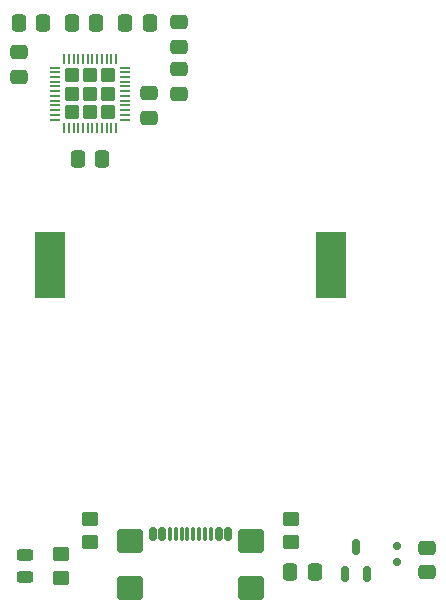
<source format=gbr>
%TF.GenerationSoftware,KiCad,Pcbnew,8.0.3-8.0.3-0~ubuntu24.04.1*%
%TF.CreationDate,2024-06-13T22:02:11+05:00*%
%TF.ProjectId,solartap_mcu_clear,736f6c61-7274-4617-905f-6d63755f636c,rev?*%
%TF.SameCoordinates,Original*%
%TF.FileFunction,Paste,Top*%
%TF.FilePolarity,Positive*%
%FSLAX46Y46*%
G04 Gerber Fmt 4.6, Leading zero omitted, Abs format (unit mm)*
G04 Created by KiCad (PCBNEW 8.0.3-8.0.3-0~ubuntu24.04.1) date 2024-06-13 22:02:11*
%MOMM*%
%LPD*%
G01*
G04 APERTURE LIST*
G04 Aperture macros list*
%AMRoundRect*
0 Rectangle with rounded corners*
0 $1 Rounding radius*
0 $2 $3 $4 $5 $6 $7 $8 $9 X,Y pos of 4 corners*
0 Add a 4 corners polygon primitive as box body*
4,1,4,$2,$3,$4,$5,$6,$7,$8,$9,$2,$3,0*
0 Add four circle primitives for the rounded corners*
1,1,$1+$1,$2,$3*
1,1,$1+$1,$4,$5*
1,1,$1+$1,$6,$7*
1,1,$1+$1,$8,$9*
0 Add four rect primitives between the rounded corners*
20,1,$1+$1,$2,$3,$4,$5,0*
20,1,$1+$1,$4,$5,$6,$7,0*
20,1,$1+$1,$6,$7,$8,$9,0*
20,1,$1+$1,$8,$9,$2,$3,0*%
G04 Aperture macros list end*
%ADD10RoundRect,0.250000X0.475000X-0.337500X0.475000X0.337500X-0.475000X0.337500X-0.475000X-0.337500X0*%
%ADD11RoundRect,0.250000X-0.475000X0.337500X-0.475000X-0.337500X0.475000X-0.337500X0.475000X0.337500X0*%
%ADD12R,2.600000X5.560000*%
%ADD13RoundRect,0.250000X0.450000X-0.350000X0.450000X0.350000X-0.450000X0.350000X-0.450000X-0.350000X0*%
%ADD14RoundRect,0.250000X-0.337500X-0.475000X0.337500X-0.475000X0.337500X0.475000X-0.337500X0.475000X0*%
%ADD15RoundRect,0.250000X-0.840000X-0.750000X0.840000X-0.750000X0.840000X0.750000X-0.840000X0.750000X0*%
%ADD16RoundRect,0.150000X-0.150000X-0.425000X0.150000X-0.425000X0.150000X0.425000X-0.150000X0.425000X0*%
%ADD17RoundRect,0.075000X-0.075000X-0.500000X0.075000X-0.500000X0.075000X0.500000X-0.075000X0.500000X0*%
%ADD18RoundRect,0.243750X-0.456250X0.243750X-0.456250X-0.243750X0.456250X-0.243750X0.456250X0.243750X0*%
%ADD19RoundRect,0.050000X-0.350000X0.050000X-0.350000X-0.050000X0.350000X-0.050000X0.350000X0.050000X0*%
%ADD20RoundRect,0.050000X-0.050000X0.350000X-0.050000X-0.350000X0.050000X-0.350000X0.050000X0.350000X0*%
%ADD21RoundRect,0.250000X-0.370000X0.370000X-0.370000X-0.370000X0.370000X-0.370000X0.370000X0.370000X0*%
%ADD22RoundRect,0.250000X0.337500X0.475000X-0.337500X0.475000X-0.337500X-0.475000X0.337500X-0.475000X0*%
%ADD23RoundRect,0.150000X0.150000X-0.512500X0.150000X0.512500X-0.150000X0.512500X-0.150000X-0.512500X0*%
%ADD24RoundRect,0.150000X0.200000X-0.150000X0.200000X0.150000X-0.200000X0.150000X-0.200000X-0.150000X0*%
%ADD25RoundRect,0.250000X-0.450000X0.350000X-0.450000X-0.350000X0.450000X-0.350000X0.450000X0.350000X0*%
G04 APERTURE END LIST*
D10*
%TO.C,C5*%
X94000000Y-60962500D03*
X94000000Y-63037500D03*
%TD*%
%TO.C,C4*%
X80500000Y-63492500D03*
X80500000Y-65567500D03*
%TD*%
D11*
%TO.C,C3*%
X94000000Y-67037500D03*
X94000000Y-64962500D03*
%TD*%
D12*
%TO.C,BT1*%
X83095000Y-81500000D03*
X106905000Y-81500000D03*
%TD*%
D13*
%TO.C,R1*%
X84000000Y-108000000D03*
X84000000Y-106000000D03*
%TD*%
D14*
%TO.C,C10*%
X82537500Y-61030000D03*
X80462500Y-61030000D03*
%TD*%
D15*
%TO.C,J1*%
X100110000Y-108825000D03*
X100110000Y-104895000D03*
X89890000Y-108825000D03*
X89890000Y-104895000D03*
D16*
X91800000Y-104320000D03*
X92600000Y-104320000D03*
D17*
X93250000Y-104320000D03*
X94250000Y-104320000D03*
X95750000Y-104320000D03*
X96750000Y-104320000D03*
D16*
X97400000Y-104320000D03*
X98200000Y-104320000D03*
X98200000Y-104320000D03*
X97400000Y-104320000D03*
D17*
X96250000Y-104320000D03*
X95250000Y-104320000D03*
X94750000Y-104320000D03*
X93750000Y-104320000D03*
D16*
X92600000Y-104320000D03*
X91800000Y-104320000D03*
%TD*%
D18*
%TO.C,D1*%
X81000000Y-106062500D03*
X81000000Y-107937500D03*
%TD*%
D19*
%TO.C,U1*%
X89450000Y-64800000D03*
X89450000Y-65200000D03*
X89450000Y-65600000D03*
X89450000Y-66000000D03*
X89450000Y-66400000D03*
X89450000Y-66800000D03*
X89450000Y-67200000D03*
X89450000Y-67600000D03*
X89450000Y-68000000D03*
X89450000Y-68400000D03*
X89450000Y-68800000D03*
X89450000Y-69200000D03*
D20*
X88700000Y-69950000D03*
X88300000Y-69950000D03*
X87900000Y-69950000D03*
X87500000Y-69950000D03*
X87100000Y-69950000D03*
X86700000Y-69950000D03*
X86300000Y-69950000D03*
X85900000Y-69950000D03*
X85500000Y-69950000D03*
X85100000Y-69950000D03*
X84700000Y-69950000D03*
X84300000Y-69950000D03*
D19*
X83550000Y-69200000D03*
X83550000Y-68800000D03*
X83550000Y-68400000D03*
X83550000Y-68000000D03*
X83550000Y-67600000D03*
X83550000Y-67200000D03*
X83550000Y-66800000D03*
X83550000Y-66400000D03*
X83550000Y-66000000D03*
X83550000Y-65600000D03*
X83550000Y-65200000D03*
X83550000Y-64800000D03*
D20*
X84300000Y-64050000D03*
X84700000Y-64050000D03*
X85100000Y-64050000D03*
X85500000Y-64050000D03*
X85900000Y-64050000D03*
X86300000Y-64050000D03*
X86700000Y-64050000D03*
X87100000Y-64050000D03*
X87500000Y-64050000D03*
X87900000Y-64050000D03*
X88300000Y-64050000D03*
X88700000Y-64050000D03*
D21*
X84970000Y-68530000D03*
X86500000Y-68530000D03*
X88030000Y-68530000D03*
X84970000Y-67000000D03*
X86500000Y-67000000D03*
X88030000Y-67000000D03*
X84970000Y-65470000D03*
X86500000Y-65470000D03*
X88030000Y-65470000D03*
%TD*%
D10*
%TO.C,C6*%
X91500000Y-66962500D03*
X91500000Y-69037500D03*
%TD*%
D22*
%TO.C,C2*%
X85462500Y-72500000D03*
X87537500Y-72500000D03*
%TD*%
D13*
%TO.C,R2*%
X86500000Y-105000000D03*
X86500000Y-103000000D03*
%TD*%
D23*
%TO.C,U2*%
X108050000Y-107637500D03*
X109950000Y-107637500D03*
X109000000Y-105362500D03*
%TD*%
D24*
%TO.C,D2*%
X112500000Y-105300000D03*
X112500000Y-106700000D03*
%TD*%
D25*
%TO.C,R3*%
X103500000Y-103000000D03*
X103500000Y-105000000D03*
%TD*%
D14*
%TO.C,C1*%
X91537500Y-61000000D03*
X89462500Y-61000000D03*
%TD*%
%TO.C,C11*%
X84962500Y-61030000D03*
X87037500Y-61030000D03*
%TD*%
D11*
%TO.C,C13*%
X115000000Y-105462500D03*
X115000000Y-107537500D03*
%TD*%
D14*
%TO.C,C12*%
X103462500Y-107500000D03*
X105537500Y-107500000D03*
%TD*%
M02*

</source>
